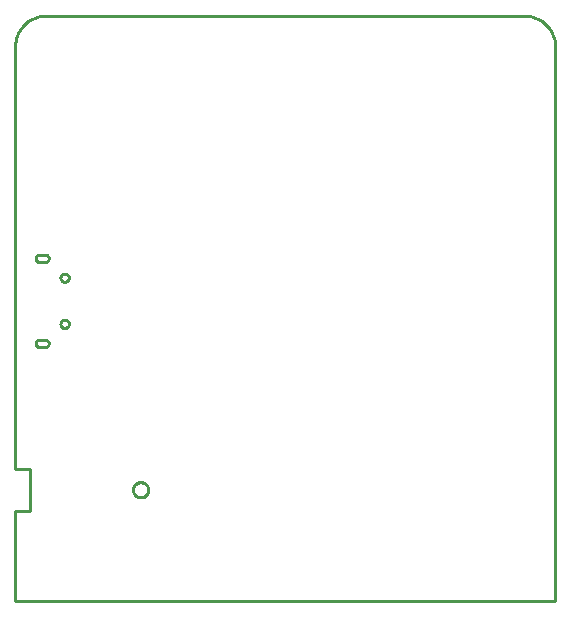
<source format=gbr>
G04 EAGLE Gerber RS-274X export*
G75*
%MOMM*%
%FSLAX34Y34*%
%LPD*%
%IN*%
%IPPOS*%
%AMOC8*
5,1,8,0,0,1.08239X$1,22.5*%
G01*
%ADD10C,0.254000*%


D10*
X0Y0D02*
X457200Y0D01*
X457200Y469900D01*
X457103Y472114D01*
X456814Y474311D01*
X456335Y476474D01*
X455668Y478587D01*
X454820Y480635D01*
X453797Y482600D01*
X452606Y484469D01*
X451258Y486227D01*
X449761Y487861D01*
X448127Y489358D01*
X446369Y490706D01*
X444500Y491897D01*
X442535Y492920D01*
X440487Y493768D01*
X438374Y494435D01*
X436211Y494914D01*
X434014Y495203D01*
X431800Y495300D01*
X25400Y495300D01*
X23186Y495203D01*
X20989Y494914D01*
X18826Y494435D01*
X16713Y493768D01*
X14666Y492920D01*
X12700Y491897D01*
X10831Y490706D01*
X9073Y489358D01*
X7440Y487861D01*
X5942Y486227D01*
X4594Y484469D01*
X3403Y482600D01*
X2380Y480635D01*
X1532Y478587D01*
X865Y476474D01*
X386Y474311D01*
X97Y472114D01*
X0Y469900D01*
X0Y111760D01*
X12700Y111760D01*
X12700Y76200D01*
X0Y76200D01*
X0Y0D01*
X17410Y218000D02*
X17399Y217759D01*
X17408Y217519D01*
X17439Y217280D01*
X17490Y217044D01*
X17562Y216814D01*
X17653Y216592D01*
X17764Y216377D01*
X17893Y216174D01*
X18039Y215982D01*
X18201Y215804D01*
X18378Y215641D01*
X18569Y215493D01*
X18771Y215363D01*
X18985Y215251D01*
X19207Y215158D01*
X19436Y215085D01*
X19671Y215032D01*
X19910Y215000D01*
X25910Y215000D01*
X26149Y215032D01*
X26384Y215085D01*
X26613Y215158D01*
X26835Y215251D01*
X27049Y215363D01*
X27252Y215493D01*
X27442Y215641D01*
X27619Y215804D01*
X27781Y215982D01*
X27927Y216174D01*
X28056Y216377D01*
X28167Y216592D01*
X28258Y216814D01*
X28330Y217044D01*
X28381Y217280D01*
X28412Y217519D01*
X28421Y217759D01*
X28410Y218000D01*
X28421Y218241D01*
X28412Y218481D01*
X28381Y218720D01*
X28330Y218956D01*
X28258Y219186D01*
X28167Y219409D01*
X28056Y219623D01*
X27927Y219826D01*
X27781Y220018D01*
X27619Y220196D01*
X27442Y220359D01*
X27252Y220507D01*
X27049Y220637D01*
X26835Y220749D01*
X26613Y220842D01*
X26384Y220915D01*
X26149Y220968D01*
X25910Y221000D01*
X19910Y221000D01*
X19671Y220968D01*
X19436Y220915D01*
X19207Y220842D01*
X18985Y220749D01*
X18771Y220637D01*
X18569Y220507D01*
X18378Y220359D01*
X18201Y220196D01*
X18039Y220018D01*
X17893Y219826D01*
X17764Y219623D01*
X17653Y219409D01*
X17562Y219186D01*
X17490Y218956D01*
X17439Y218720D01*
X17408Y218481D01*
X17399Y218241D01*
X17410Y218000D01*
X17410Y290000D02*
X17399Y289759D01*
X17408Y289519D01*
X17439Y289280D01*
X17490Y289044D01*
X17562Y288814D01*
X17653Y288592D01*
X17764Y288377D01*
X17893Y288174D01*
X18039Y287982D01*
X18201Y287804D01*
X18378Y287641D01*
X18569Y287493D01*
X18771Y287363D01*
X18985Y287251D01*
X19207Y287158D01*
X19436Y287085D01*
X19671Y287032D01*
X19910Y287000D01*
X25910Y287000D01*
X26149Y287032D01*
X26384Y287085D01*
X26613Y287158D01*
X26835Y287251D01*
X27049Y287363D01*
X27252Y287493D01*
X27442Y287641D01*
X27619Y287804D01*
X27781Y287982D01*
X27927Y288174D01*
X28056Y288377D01*
X28167Y288592D01*
X28258Y288814D01*
X28330Y289044D01*
X28381Y289280D01*
X28412Y289519D01*
X28421Y289759D01*
X28410Y290000D01*
X28421Y290241D01*
X28412Y290481D01*
X28381Y290720D01*
X28330Y290956D01*
X28258Y291186D01*
X28167Y291409D01*
X28056Y291623D01*
X27927Y291826D01*
X27781Y292018D01*
X27619Y292196D01*
X27442Y292359D01*
X27252Y292507D01*
X27049Y292637D01*
X26835Y292749D01*
X26613Y292842D01*
X26384Y292915D01*
X26149Y292968D01*
X25910Y293000D01*
X19910Y293000D01*
X19671Y292968D01*
X19436Y292915D01*
X19207Y292842D01*
X18985Y292749D01*
X18771Y292637D01*
X18569Y292507D01*
X18378Y292359D01*
X18201Y292196D01*
X18039Y292018D01*
X17893Y291826D01*
X17764Y291623D01*
X17653Y291409D01*
X17562Y291186D01*
X17490Y290956D01*
X17439Y290720D01*
X17408Y290481D01*
X17399Y290241D01*
X17410Y290000D01*
X41681Y270000D02*
X41226Y270060D01*
X40783Y270179D01*
X40359Y270354D01*
X39961Y270584D01*
X39597Y270863D01*
X39273Y271187D01*
X38994Y271551D01*
X38764Y271949D01*
X38589Y272373D01*
X38470Y272816D01*
X38410Y273271D01*
X38410Y273729D01*
X38470Y274184D01*
X38589Y274627D01*
X38764Y275051D01*
X38994Y275449D01*
X39273Y275813D01*
X39597Y276137D01*
X39961Y276416D01*
X40359Y276646D01*
X40783Y276821D01*
X41226Y276940D01*
X41681Y277000D01*
X42139Y277000D01*
X42594Y276940D01*
X43037Y276821D01*
X43461Y276646D01*
X43859Y276416D01*
X44223Y276137D01*
X44547Y275813D01*
X44826Y275449D01*
X45056Y275051D01*
X45231Y274627D01*
X45350Y274184D01*
X45410Y273729D01*
X45410Y273271D01*
X45350Y272816D01*
X45231Y272373D01*
X45056Y271949D01*
X44826Y271551D01*
X44547Y271187D01*
X44223Y270863D01*
X43859Y270584D01*
X43461Y270354D01*
X43037Y270179D01*
X42594Y270060D01*
X42139Y270000D01*
X41681Y270000D01*
X41681Y231000D02*
X41226Y231060D01*
X40783Y231179D01*
X40359Y231354D01*
X39961Y231584D01*
X39597Y231863D01*
X39273Y232187D01*
X38994Y232551D01*
X38764Y232949D01*
X38589Y233373D01*
X38470Y233816D01*
X38410Y234271D01*
X38410Y234729D01*
X38470Y235184D01*
X38589Y235627D01*
X38764Y236051D01*
X38994Y236449D01*
X39273Y236813D01*
X39597Y237137D01*
X39961Y237416D01*
X40359Y237646D01*
X40783Y237821D01*
X41226Y237940D01*
X41681Y238000D01*
X42139Y238000D01*
X42594Y237940D01*
X43037Y237821D01*
X43461Y237646D01*
X43859Y237416D01*
X44223Y237137D01*
X44547Y236813D01*
X44826Y236449D01*
X45056Y236051D01*
X45231Y235627D01*
X45350Y235184D01*
X45410Y234729D01*
X45410Y234271D01*
X45350Y233816D01*
X45231Y233373D01*
X45056Y232949D01*
X44826Y232551D01*
X44547Y232187D01*
X44223Y231863D01*
X43859Y231584D01*
X43461Y231354D01*
X43037Y231179D01*
X42594Y231060D01*
X42139Y231000D01*
X41681Y231000D01*
X112770Y93661D02*
X112707Y93025D01*
X112583Y92399D01*
X112397Y91788D01*
X112153Y91198D01*
X111852Y90634D01*
X111497Y90103D01*
X111092Y89610D01*
X110640Y89158D01*
X110147Y88753D01*
X109616Y88398D01*
X109052Y88097D01*
X108462Y87853D01*
X107851Y87667D01*
X107225Y87543D01*
X106589Y87480D01*
X105951Y87480D01*
X105315Y87543D01*
X104689Y87667D01*
X104078Y87853D01*
X103488Y88097D01*
X102924Y88398D01*
X102393Y88753D01*
X101900Y89158D01*
X101448Y89610D01*
X101043Y90103D01*
X100688Y90634D01*
X100387Y91198D01*
X100143Y91788D01*
X99957Y92399D01*
X99833Y93025D01*
X99770Y93661D01*
X99770Y94299D01*
X99833Y94935D01*
X99957Y95561D01*
X100143Y96172D01*
X100387Y96762D01*
X100688Y97326D01*
X101043Y97857D01*
X101448Y98350D01*
X101900Y98802D01*
X102393Y99207D01*
X102924Y99562D01*
X103488Y99863D01*
X104078Y100107D01*
X104689Y100293D01*
X105315Y100417D01*
X105951Y100480D01*
X106589Y100480D01*
X107225Y100417D01*
X107851Y100293D01*
X108462Y100107D01*
X109052Y99863D01*
X109616Y99562D01*
X110147Y99207D01*
X110640Y98802D01*
X111092Y98350D01*
X111497Y97857D01*
X111852Y97326D01*
X112153Y96762D01*
X112397Y96172D01*
X112583Y95561D01*
X112707Y94935D01*
X112770Y94299D01*
X112770Y93661D01*
M02*

</source>
